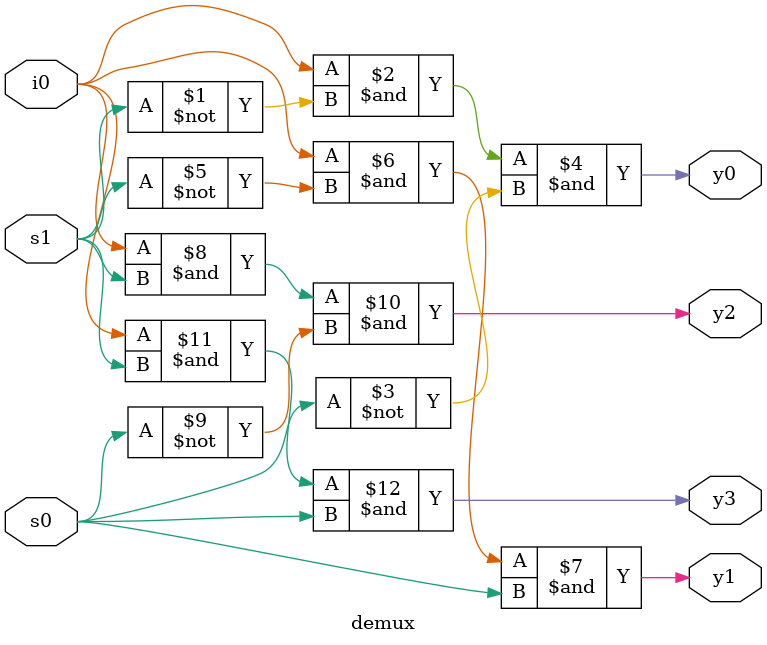
<source format=v>
`timescale 1ns / 1ps


module demux(input i0,s1,s0,output y0,y1,y2,y3);
and(y0,i0,(~s1),(~s0));
and(y1,i0,(~s1),s0);
and(y2,i0,s1,(~s0));
and(y3,i0,s1,s0);
endmodule

</source>
